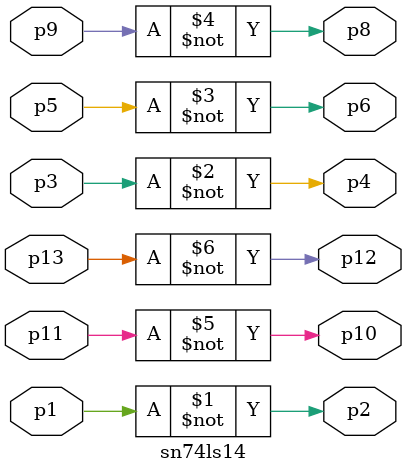
<source format=v>
module sn74ls14
  (
   output p2,
   output p4,
   output p6,
   output p8,
   output p10,
   output p12,

   input  p1,
   input  p3,
   input  p5,
   input  p9,
   input  p11,
   input  p13
   );

    // NOT
    assign p2 = ~p1;
    assign p4 = ~p3;
    assign p6 = ~p5;
    assign p8 = ~p9;
    assign p10 = ~p11;
    assign p12 = ~p13;

endmodule // sn74ls14

</source>
